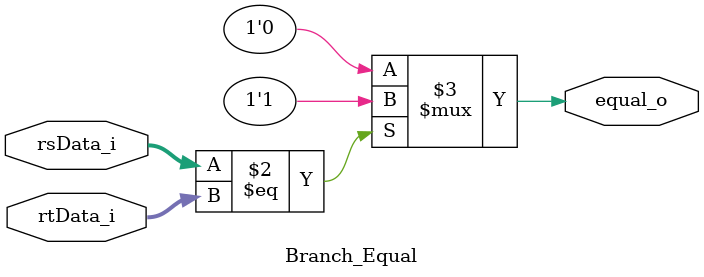
<source format=v>
module Branch_Equal
(
    rsData_i,
    rtData_i,
    equal_o
);

// Interface
input   [31:0] rsData_i;
input   [31:0] rtData_i;
output reg     equal_o = 0;

// Calculate
always @(*) begin
    equal_o = (rsData_i == rtData_i)? 1'b1: 1'b0;
end

endmodule

</source>
